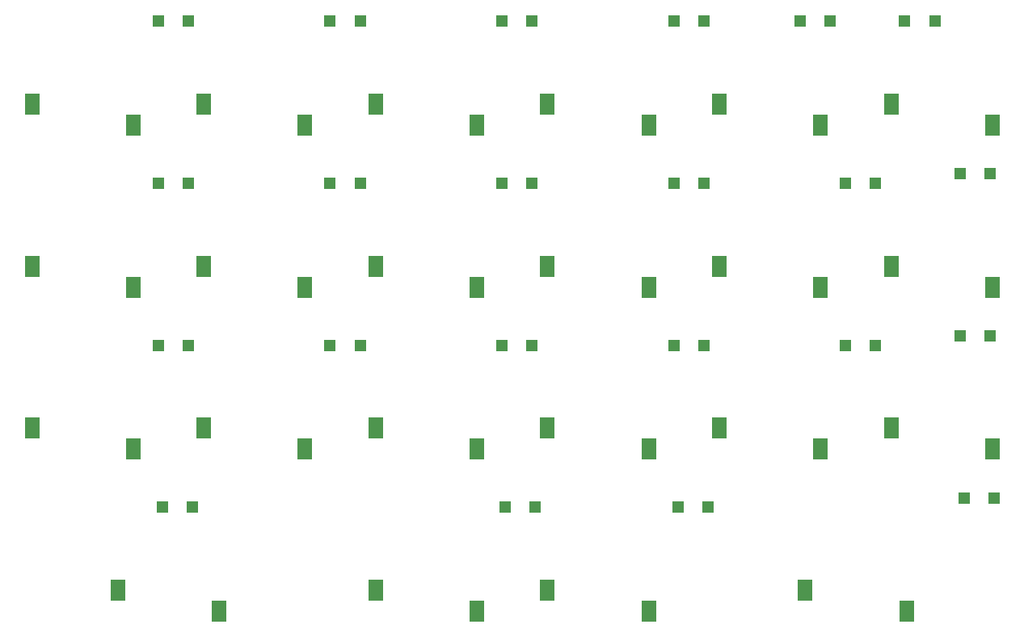
<source format=gbr>
G04 #@! TF.GenerationSoftware,KiCad,Pcbnew,5.1.10-88a1d61d58~88~ubuntu18.04.1*
G04 #@! TF.CreationDate,2021-10-06T13:15:52-05:00*
G04 #@! TF.ProjectId,keyboard,6b657962-6f61-4726-942e-6b696361645f,rev?*
G04 #@! TF.SameCoordinates,Original*
G04 #@! TF.FileFunction,Paste,Bot*
G04 #@! TF.FilePolarity,Positive*
%FSLAX46Y46*%
G04 Gerber Fmt 4.6, Leading zero omitted, Abs format (unit mm)*
G04 Created by KiCad (PCBNEW 5.1.10-88a1d61d58~88~ubuntu18.04.1) date 2021-10-06 13:15:52*
%MOMM*%
%LPD*%
G01*
G04 APERTURE LIST*
%ADD10R,1.600000X2.200000*%
%ADD11R,1.200000X1.200000*%
G04 APERTURE END LIST*
D10*
X94800000Y-77900000D03*
X84200000Y-75700000D03*
X22800000Y-77900000D03*
X12200000Y-75700000D03*
X67800000Y-77900000D03*
X57200000Y-75700000D03*
X31800000Y-60900000D03*
X21200000Y-58700000D03*
X49800000Y-60900000D03*
X39200000Y-58700000D03*
X67800000Y-60900000D03*
X57200000Y-58700000D03*
X85800000Y-60900000D03*
X75200000Y-58700000D03*
X103800000Y-60900000D03*
X93200000Y-58700000D03*
X13800000Y-60900000D03*
X3200000Y-58700000D03*
X67800000Y-43900000D03*
X57200000Y-41700000D03*
X85800000Y-43900000D03*
X75200000Y-41700000D03*
X31800000Y-43900000D03*
X21200000Y-41700000D03*
X103800000Y-43900000D03*
X93200000Y-41700000D03*
X13800000Y-43900000D03*
X3200000Y-41700000D03*
X49800000Y-43900000D03*
X39200000Y-41700000D03*
X49800000Y-26900000D03*
X39200000Y-24700000D03*
X67800000Y-26900000D03*
X57200000Y-24700000D03*
X85800000Y-26900000D03*
X75200000Y-24700000D03*
X103800000Y-26900000D03*
X93200000Y-24700000D03*
X13800000Y-26900000D03*
X3200000Y-24700000D03*
X31800000Y-26900000D03*
X21200000Y-24700000D03*
X49800000Y-77900000D03*
X39200000Y-75700000D03*
D11*
X19575000Y-16000000D03*
X16425000Y-16000000D03*
X104000000Y-66000000D03*
X100850000Y-66000000D03*
X74000000Y-67000000D03*
X70850000Y-67000000D03*
X55875000Y-67000000D03*
X52725000Y-67000000D03*
X20000000Y-67000000D03*
X16850000Y-67000000D03*
X103575000Y-49000000D03*
X100425000Y-49000000D03*
X91575000Y-50000000D03*
X88425000Y-50000000D03*
X73575000Y-50000000D03*
X70425000Y-50000000D03*
X55575000Y-50000000D03*
X52425000Y-50000000D03*
X37575000Y-50000000D03*
X34425000Y-50000000D03*
X19575000Y-50000000D03*
X16425000Y-50000000D03*
X103575000Y-32000000D03*
X100425000Y-32000000D03*
X91575000Y-33000000D03*
X88425000Y-33000000D03*
X73575000Y-33000000D03*
X70425000Y-33000000D03*
X55575000Y-33000000D03*
X52425000Y-33000000D03*
X37575000Y-33000000D03*
X34425000Y-33000000D03*
X19575000Y-33000000D03*
X16425000Y-33000000D03*
X97775000Y-16000000D03*
X94625000Y-16000000D03*
X86775000Y-16000000D03*
X83625000Y-16000000D03*
X73575000Y-16000000D03*
X70425000Y-16000000D03*
X55575000Y-16000000D03*
X52425000Y-16000000D03*
X37575000Y-16000000D03*
X34425000Y-16000000D03*
M02*

</source>
